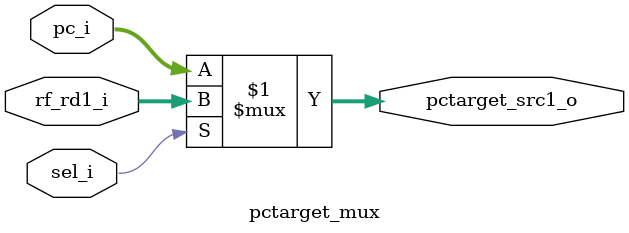
<source format=sv>
module pctarget_mux(
    input  logic [31:0] pc_i,
    input  logic [31:0] rf_rd1_i,
    input  logic        sel_i,
    output logic [31:0] pctarget_src1_o
    );
    
    assign pctarget_src1_o = sel_i ? rf_rd1_i : pc_i;
endmodule

</source>
